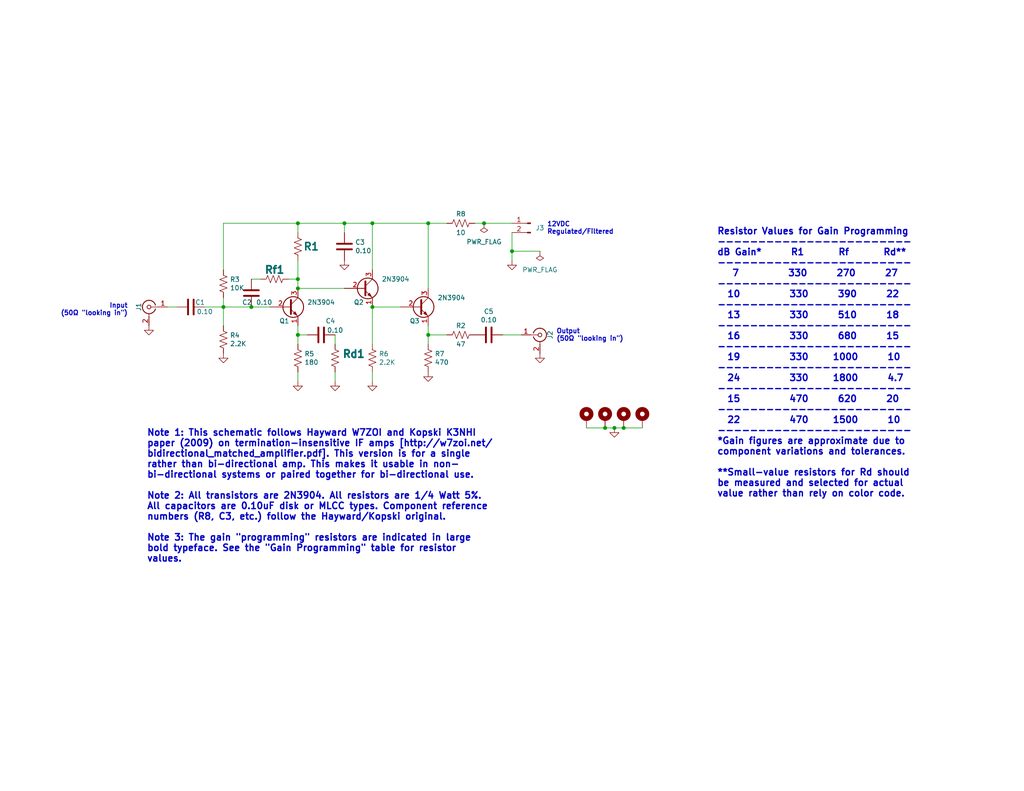
<source format=kicad_sch>
(kicad_sch (version 20230121) (generator eeschema)
  (paper "USLetter")
  (title_block (title "PG-TIA Programable Termination Insensitive") (date "2023-09-03") (rev "B2") (company "IF Amplifier (https://mostlydiyrf.com)"))
  (lib_symbols
    (symbol "Connector:Conn_01x02_Pin" (pin_names (offset 1.016) hide)
      (property "Reference" "J" (at 0 2.54 0))
      (property "Value" "Conn_01x02_Pin" (at 0 -5.08 0))
      (symbol "Conn_01x02_Pin_1_1"
        (polyline (pts (xy 1.27 -2.54) (xy 0.8636 -2.54)) (stroke (width 0.1524)))
        (polyline (pts (xy 1.27 0) (xy 0.8636 0)) (stroke (width 0.1524)))
        (rectangle (start 0.8636 -2.413) (end 0 -2.667) (stroke (width 0.1524)) (fill (type outline)))
        (rectangle (start 0.8636 0.127) (end 0 -0.127) (stroke (width 0.1524)) (fill (type outline)))
        (pin passive line (at 5.08 0 180) (length 3.81) (name "Pin_1") (number "1"))
        (pin passive line (at 5.08 -2.54 180) (length 3.81) (name "Pin_2") (number "2"))
      )
    )
    (symbol "Connector:Conn_Coaxial" (pin_names (offset 1.016) hide)
      (property "Reference" "J" (at 0.254 3.048 0))
      (property "Value" "Conn_Coaxial" (at 2.921 0 90))
      (symbol "Conn_Coaxial_0_1"
        (arc (start -1.778 -0.508) (mid 0.2311 -1.8066) (end 1.778 0) (stroke (width 0.254)))
        (polyline (pts (xy -2.54 0) (xy -0.508 0)))
        (polyline (pts (xy 0 -2.54) (xy 0 -1.778)))
        (circle (center 0 0) (radius 0.508) (stroke (width 0.2032)))
        (arc (start 1.778 0) (mid 0.2099 1.8101) (end -1.778 0.508) (stroke (width 0.254)))
      )
      (symbol "Conn_Coaxial_1_1"
        (pin passive line (at -5.08 0 0) (length 2.54) (name "In") (number "1"))
        (pin passive line (at 0 -5.08 90) (length 2.54) (name "Ext") (number "2"))
      )
    )
    (symbol "Device:C" (pin_numbers hide) (pin_names (offset 0.254))
      (property "Reference" "C" (at 0.635 2.54 0))
      (property "Value" "C" (at 0.635 -2.54 0))
      (symbol "C_0_1"
        (polyline (pts (xy -2.032 -0.762) (xy 2.032 -0.762)) (stroke (width 0.508)))
        (polyline (pts (xy -2.032 0.762) (xy 2.032 0.762)) (stroke (width 0.508)))
      )
      (symbol "C_1_1"
        (pin passive line (at 0 3.81 270) (length 2.794) (name "~") (number "1"))
        (pin passive line (at 0 -3.81 90) (length 2.794) (name "~") (number "2"))
      )
    )
    (symbol "Device:R_US" (pin_numbers hide) (pin_names (offset 0))
      (property "Reference" "R" (at 2.54 0 90))
      (property "Value" "R_US" (at -2.54 0 90))
      (symbol "R_US_0_1"
        (polyline (pts (xy 0 -2.286) (xy 0 -2.54)))
        (polyline (pts (xy 0 2.286) (xy 0 2.54)))
        (polyline (pts (xy 0 -0.762) (xy 1.016 -1.143) (xy 0 -1.524) (xy -1.016 -1.905) (xy 0 -2.286)))
        (polyline (pts (xy 0 0.762) (xy 1.016 0.381) (xy 0 0) (xy -1.016 -0.381) (xy 0 -0.762)))
        (polyline (pts (xy 0 2.286) (xy 1.016 1.905) (xy 0 1.524) (xy -1.016 1.143) (xy 0 0.762)))
      )
      (symbol "R_US_1_1"
        (pin passive line (at 0 3.81 270) (length 1.27) (name "~") (number "1"))
        (pin passive line (at 0 -3.81 90) (length 1.27) (name "~") (number "2"))
      )
    )
    (symbol "Mechanical:MountingHole_Pad" (pin_numbers hide) (pin_names (offset 1.016) hide)
      (property "Reference" "H" (at 0 6.35 0))
      (property "Value" "MountingHole_Pad" (at 0 4.445 0))
      (symbol "MountingHole_Pad_0_1"
        (circle (center 0 1.27) (radius 1.27) (stroke (width 1.27)))
      )
      (symbol "MountingHole_Pad_1_1"
        (pin input line (at 0 -2.54 90) (length 2.54) (name "1") (number "1"))
      )
    )
    (symbol "PCM_4ms_Power-symbol:PWR_FLAG" (power) (pin_numbers hide) (pin_names (offset 0) hide)
      (property "Value" "PWR_FLAG" (at 0 3.81 0))
      (symbol "PWR_FLAG_0_0"
        (pin power_out line (at 0 0 90) (length 0) (name "pwr") (number "1"))
      )
      (symbol "PWR_FLAG_0_1"
        (polyline (pts (xy 0 0) (xy 0 1.27) (xy -1.016 1.905) (xy 0 2.54) (xy 1.016 1.905) (xy 0 1.27)))
      )
    )
    (symbol "Transistor_BJT:2N3904" (pin_names (offset 0) hide)
      (property "Reference" "Q" (at 5.08 1.905 0))
      (property "Value" "2N3904" (at 5.08 0 0))
      (symbol "2N3904_0_1"
        (polyline (pts (xy 0.635 0.635) (xy 2.54 2.54)))
        (polyline (pts (xy 0.635 -0.635) (xy 2.54 -2.54) (xy 2.54 -2.54)))
        (polyline (pts (xy 0.635 1.905) (xy 0.635 -1.905) (xy 0.635 -1.905)) (stroke (width 0.508)))
        (polyline (pts (xy 1.27 -1.778) (xy 1.778 -1.27) (xy 2.286 -2.286) (xy 1.27 -1.778) (xy 1.27 -1.778)) (fill (type outline)))
        (circle (center 1.27 0) (radius 2.8194) (stroke (width 0.254)))
      )
      (symbol "2N3904_1_1"
        (pin passive line (at 2.54 -5.08 90) (length 2.54) (name "E") (number "1"))
        (pin passive line (at -5.08 0 0) (length 5.715) (name "B") (number "2"))
        (pin passive line (at 2.54 5.08 270) (length 2.54) (name "C") (number "3"))
      )
    )
    (symbol "power:GND" (power) (pin_names (offset 0))
      (property "Value" "GND" (at 0 -3.81 0))
      (symbol "GND_0_1"
        (polyline (pts (xy 0 0) (xy 0 -1.27) (xy 1.27 -1.27) (xy 0 -2.54) (xy -1.27 -1.27) (xy 0 -1.27)))
      )
      (symbol "GND_1_1"
        (pin power_in line (at 0 0 270) (length 0) hide (name "GND") (number "1"))
      )
    )
    (symbol "power:PWR_FLAG" (power) (pin_numbers hide) (pin_names (offset 0) hide)
      (property "Value" "PWR_FLAG" (at 0 3.81 0))
      (symbol "PWR_FLAG_0_0"
        (pin power_out line (at 0 0 90) (length 0) (name "pwr") (number "1"))
      )
      (symbol "PWR_FLAG_0_1"
        (polyline (pts (xy 0 0) (xy 0 1.27) (xy -1.016 1.905) (xy 0 2.54) (xy 1.016 1.905) (xy 0 1.27)))
      )
    )
  )
  (junction (at 68.58 83.82))
  (junction (at 81.28 60.96))
  (junction (at 116.84 91.44))
  (junction (at 93.98 60.96))
  (junction (at 81.28 91.44))
  (junction (at 116.84 60.96))
  (junction (at 101.6 60.96))
  (junction (at 81.28 76.2))
  (junction (at 60.96 83.82))
  (junction (at 165.1 116.84))
  (junction (at 132.08 60.96))
  (junction (at 167.64 116.84))
  (junction (at 81.28 78.74))
  (junction (at 170.18 116.84))
  (junction (at 139.7 68.58))
  (junction (at 101.6 83.82))
  (wire (pts (xy 81.28 60.96) (xy 60.96 60.96)))
  (wire (pts (xy 116.84 88.9) (xy 116.84 91.44)))
  (wire (pts (xy 116.84 78.74) (xy 116.84 60.96)))
  (wire (pts (xy 101.6 101.6) (xy 101.6 104.14)))
  (wire (pts (xy 137.16 91.44) (xy 142.24 91.44)))
  (wire (pts (xy 60.96 60.96) (xy 60.96 73.66)))
  (wire (pts (xy 73.66 83.82) (xy 68.58 83.82)))
  (wire (pts (xy 91.44 101.6) (xy 91.44 104.14)))
  (wire (pts (xy 139.7 63.5) (xy 139.7 68.58)))
  (wire (pts (xy 139.7 68.58) (xy 147.32 68.58)))
  (wire (pts (xy 109.22 83.82) (xy 101.6 83.82)))
  (wire (pts (xy 165.1 116.84) (xy 167.64 116.84)))
  (wire (pts (xy 81.28 91.44) (xy 81.28 93.98)))
  (wire (pts (xy 132.08 60.96) (xy 139.7 60.96)))
  (wire (pts (xy 101.6 60.96) (xy 93.98 60.96)))
  (wire (pts (xy 101.6 60.96) (xy 116.84 60.96)))
  (wire (pts (xy 93.98 78.74) (xy 81.28 78.74)))
  (wire (pts (xy 91.44 91.44) (xy 91.44 93.98)))
  (wire (pts (xy 101.6 73.66) (xy 101.6 60.96)))
  (wire (pts (xy 83.82 91.44) (xy 81.28 91.44)))
  (wire (pts (xy 81.28 101.6) (xy 81.28 104.14)))
  (wire (pts (xy 121.92 60.96) (xy 116.84 60.96)))
  (wire (pts (xy 93.98 60.96) (xy 81.28 60.96)))
  (wire (pts (xy 167.64 116.84) (xy 170.18 116.84)))
  (wire (pts (xy 60.96 81.28) (xy 60.96 83.82)))
  (wire (pts (xy 81.28 88.9) (xy 81.28 91.44)))
  (wire (pts (xy 60.96 83.82) (xy 60.96 88.9)))
  (wire (pts (xy 160.02 116.84) (xy 165.1 116.84)))
  (wire (pts (xy 81.28 63.5) (xy 81.28 60.96)))
  (wire (pts (xy 48.26 83.82) (xy 45.72 83.82)))
  (wire (pts (xy 101.6 83.82) (xy 101.6 93.98)))
  (wire (pts (xy 170.18 116.84) (xy 175.26 116.84)))
  (wire (pts (xy 81.28 76.2) (xy 81.28 78.74)))
  (wire (pts (xy 116.84 91.44) (xy 116.84 93.98)))
  (wire (pts (xy 71.12 76.2) (xy 68.58 76.2)))
  (wire (pts (xy 129.54 60.96) (xy 132.08 60.96)))
  (wire (pts (xy 93.98 63.5) (xy 93.98 60.96)))
  (wire (pts (xy 139.7 68.58) (xy 139.7 71.12)))
  (wire (pts (xy 78.74 76.2) (xy 81.28 76.2)))
  (wire (pts (xy 60.96 83.82) (xy 55.88 83.82)))
  (wire (pts (xy 60.96 83.82) (xy 68.58 83.82)))
  (wire (pts (xy 81.28 71.12) (xy 81.28 76.2)))
  (wire (pts (xy 121.92 91.44) (xy 116.84 91.44)))
  (text "Note 1: This schematic follows Hayward W7ZOI and Kopski K3NHI\npaper (2009) on termination-insensitive IF amps [http://w7zoi.net/\nbidirectional_matched_amplifier.pdf]. This version is for a single\nrather than bi-directional amp. This makes it usable in non-\nbi-directional systems or paired together for bi-directional use.\n\nNote 2: All transistors are 2N3904. All resistors are 1/4 Watt 5%.\nAll capacitors are 0.10uF disk or MLCC types. Component reference\nnumbers (R8, C3, etc.) follow the Hayward/Kopski original.\n\nNote 3: The gain \"programming\" resistors are indicated in large\nbold typeface. See the \"Gain Programming\" table for resistor \nvalues." (at 40.005 153.67 0) (effects (font (size 1.778 1.778) (thickness 0.3556) bold) (justify left bottom)))
  (text "Output\n(50Ω \"looking in\")" (at 151.765 93.345 0) (effects (font (size 1.27 1.27) (thickness 0.254) bold) (justify left bottom)))
  (text "Resistor Values for Gain Programming\n------------------------\ndB Gain*      R1       Rf       Rd**\n------------------------\n   7          330      270      27\n------------------------\n  10          330      390      22\n------------------------\n  13          330      510      18\n------------------------\n  16          330      680      15\n------------------------\n  19          330     1000      10\n------------------------ \n  24          330     1800      4.7\n------------------------ \n  15          470      620      20\n------------------------\n  22          470     1500      10\n------------------------\n*Gain figures are approximate due to\ncomponent variations and tolerances.\n\n**Small-value resistors for Rd should\nbe measured and selected for actual\nvalue rather than rely on color code." (at 195.58 135.89 0) (effects (font (size 1.778 1.778) (thickness 0.3556) bold) (justify left bottom)))
  (text "Input\n(50Ω \"looking in\")" (at 34.925 86.36 0) (effects (font (size 1.27 1.27) (thickness 0.254) bold) (justify right bottom)))
  (text "12VDC\nRegulated/Filtered" (at 149.225 64.135 0) (effects (font (size 1.27 1.27) (thickness 0.254) bold) (justify left bottom)))
  (symbol (lib_id "Transistor_BJT:2N3904") (at 78.74 83.82 0) (unit 1)
    (property "Reference" "Q1" (at 76.2 87.63 0) (effects (justify left)))
    (property "Value" "2N3904" (at 83.82 82.55 0) (effects (justify left)))
    (property "Footprint" "Package_TO_SOT_THT:TO-92_HandSolder" (effects hide))
    (property "Datasheet" "https://www.fairchildsemi.com/datasheets/2N/2N3904.pdf" (effects hide))
  )
  (symbol (lib_id "Transistor_BJT:2N3904") (at 99.06 78.74 0) (unit 1)
    (property "Reference" "Q2" (at 96.52 82.55 0) (effects (justify left)))
    (property "Value" "2N3904" (at 104.14 76.2 0) (effects (justify left)))
    (property "Footprint" "Package_TO_SOT_THT:TO-92_HandSolder" (effects hide))
    (property "Datasheet" "https://www.fairchildsemi.com/datasheets/2N/2N3904.pdf" (effects hide))
  )
  (symbol (lib_id "Transistor_BJT:2N3904") (at 114.3 83.82 0) (unit 1)
    (property "Reference" "Q3" (at 111.76 87.63 0) (effects (justify left)))
    (property "Value" "2N3904" (at 119.38 81.28 0) (effects (justify left)))
    (property "Footprint" "Package_TO_SOT_THT:TO-92_HandSolder" (effects hide))
    (property "Datasheet" "https://www.fairchildsemi.com/datasheets/2N/2N3904.pdf" (effects hide))
  )
  (symbol (lib_id "Device:R_US") (at 81.28 67.31 0) (unit 1)
    (property "Reference" "R1" (at 82.55 67.31 0) (effects (font (size 2.032 2.032) bold) (justify left)))
    (property "Value" "330" (effects hide))
    (property "Footprint" "Resistor_THT:R_Axial_DIN0204_L3.6mm_D1.6mm_P2.54mm_Vertical" (effects hide))
  )
  (symbol (lib_id "Device:R_US") (at 81.28 97.79 0) (unit 1)
    (property "Reference" "R5" (at 83.058 96.6216 0) (effects (justify left)))
    (property "Value" "180" (at 83.058 98.933 0) (effects (justify left)))
    (property "Footprint" "Resistor_THT:R_Axial_DIN0204_L3.6mm_D1.6mm_P2.54mm_Vertical" (effects hide))
  )
  (symbol (lib_id "Device:R_US") (at 91.44 97.79 0) (unit 1)
    (property "Reference" "Rd1" (at 93.218 96.6216 0) (effects (font (size 2.032 2.032) bold) (justify left)))
    (property "Value" "15" (effects hide))
    (property "Footprint" "Resistor_THT:R_Axial_DIN0204_L3.6mm_D1.6mm_P2.54mm_Vertical" (effects hide))
  )
  (symbol (lib_id "Device:R_US") (at 60.96 77.47 0) (unit 1)
    (property "Reference" "R3" (at 62.738 76.3016 0) (effects (justify left)))
    (property "Value" "10K" (at 62.738 78.613 0) (effects (justify left)))
    (property "Footprint" "Resistor_THT:R_Axial_DIN0204_L3.6mm_D1.6mm_P2.54mm_Vertical" (effects hide))
  )
  (symbol (lib_id "Device:R_US") (at 60.96 92.71 0) (unit 1)
    (property "Reference" "R4" (at 62.738 91.5416 0) (effects (justify left)))
    (property "Value" "2.2K" (at 62.738 93.853 0) (effects (justify left)))
    (property "Footprint" "Resistor_THT:R_Axial_DIN0204_L3.6mm_D1.6mm_P2.54mm_Vertical" (effects hide))
  )
  (symbol (lib_id "Device:R_US") (at 74.93 76.2 270) (unit 1)
    (property "Reference" "Rf1" (at 74.93 73.66 90) (effects (font (size 2.032 2.032) bold)))
    (property "Value" "680" (effects hide))
    (property "Footprint" "Resistor_THT:R_Axial_DIN0204_L3.6mm_D1.6mm_P2.54mm_Vertical" (effects hide))
  )
  (symbol (lib_id "Device:R_US") (at 101.6 97.79 0) (unit 1)
    (property "Reference" "R6" (at 103.378 96.6216 0) (effects (justify left)))
    (property "Value" "2.2K" (at 103.378 98.933 0) (effects (justify left)))
    (property "Footprint" "Resistor_THT:R_Axial_DIN0204_L3.6mm_D1.6mm_P2.54mm_Vertical" (effects hide))
  )
  (symbol (lib_id "Device:R_US") (at 116.84 97.79 0) (unit 1)
    (property "Reference" "R7" (at 118.618 96.6216 0) (effects (justify left)))
    (property "Value" "470" (at 118.618 98.933 0) (effects (justify left)))
    (property "Footprint" "Resistor_THT:R_Axial_DIN0204_L3.6mm_D1.6mm_P2.54mm_Vertical" (effects hide))
  )
  (symbol (lib_id "Device:R_US") (at 125.73 91.44 270) (unit 1)
    (property "Reference" "R2" (at 125.73 88.9 90))
    (property "Value" "47" (at 125.73 93.98 90))
    (property "Footprint" "Resistor_THT:R_Axial_DIN0204_L3.6mm_D1.6mm_P2.54mm_Vertical" (effects hide))
  )
  (symbol (lib_id "Device:R_US") (at 125.73 60.96 270) (unit 1)
    (property "Reference" "R8" (at 125.73 58.42 90))
    (property "Value" "10" (at 125.73 63.5 90))
    (property "Footprint" "Resistor_THT:R_Axial_DIN0204_L3.6mm_D1.6mm_P2.54mm_Vertical" (effects hide))
  )
  (symbol (lib_id "Device:C") (at 133.35 91.44 270) (unit 1)
    (property "Reference" "C5" (at 133.35 85.0392 90))
    (property "Value" "0.10" (at 133.35 87.3506 90))
    (property "Footprint" "Capacitor_THT:C_Disc_D3.0mm_W1.6mm_P2.50mm" (effects hide))
  )
  (symbol (lib_id "Device:C") (at 93.98 67.31 180) (unit 1)
    (property "Reference" "C3" (at 96.901 66.1416 0) (effects (justify right)))
    (property "Value" "0.10" (at 96.901 68.453 0) (effects (justify right)))
    (property "Footprint" "Capacitor_THT:C_Disc_D3.0mm_W1.6mm_P2.50mm" (effects hide))
  )
  (symbol (lib_id "Device:C") (at 87.63 91.44 270) (unit 1)
    (property "Reference" "C4" (at 90.17 87.63 90))
    (property "Value" "0.10" (at 91.44 90.17 90))
    (property "Footprint" "Capacitor_THT:C_Disc_D3.0mm_W1.6mm_P2.50mm" (effects hide))
  )
  (symbol (lib_id "Device:C") (at 52.07 83.82 270) (unit 1)
    (property "Reference" "C1" (at 54.61 82.55 90))
    (property "Value" "0.10" (at 55.88 85.09 90))
    (property "Footprint" "Capacitor_THT:C_Disc_D3.0mm_W1.6mm_P2.50mm" (effects hide))
  )
  (symbol (lib_id "Device:C") (at 68.58 80.01 180) (unit 1)
    (property "Reference" "C2" (at 66.04 82.55 0) (effects (justify right)))
    (property "Value" "0.10" (at 69.85 82.55 0) (effects (justify right)))
    (property "Footprint" "Capacitor_THT:C_Disc_D3.0mm_W1.6mm_P2.50mm" (effects hide))
  )
  (symbol (lib_id "power:GND") (at 81.28 104.14 0) (unit 1)
    (property "Reference" "#PWR0101" (effects hide))
    (property "Value" "GND" (effects hide))
  )
  (symbol (lib_id "power:GND") (at 91.44 104.14 0) (unit 1)
    (property "Reference" "#PWR0102" (effects hide))
    (property "Value" "GND" (effects hide))
  )
  (symbol (lib_id "power:GND") (at 60.96 96.52 0) (unit 1)
    (property "Reference" "#PWR0103" (effects hide))
    (property "Value" "GND" (effects hide))
  )
  (symbol (lib_id "power:GND") (at 101.6 104.14 0) (unit 1)
    (property "Reference" "#PWR0104" (effects hide))
    (property "Value" "GND" (effects hide))
  )
  (symbol (lib_id "power:GND") (at 116.84 101.6 0) (unit 1)
    (property "Reference" "#PWR0105" (effects hide))
    (property "Value" "GND" (effects hide))
  )
  (symbol (lib_id "power:GND") (at 93.98 71.12 0) (unit 1)
    (property "Reference" "#PWR0106" (effects hide))
    (property "Value" "GND" (effects hide))
  )
  (symbol (lib_id "Connector:Conn_01x02_Pin") (at 144.78 60.96 0) (mirror y) (unit 1)
    (property "Reference" "J3" (at 147.32 62.23 0))
    (property "Value" "Conn_01x02_Male" (effects hide))
    (property "Footprint" "Connector_PinHeader_2.54mm:PinHeader_1x02_P2.54mm_Vertical" (effects hide))
  )
  (symbol (lib_id "power:GND") (at 139.7 71.12 0) (unit 1)
    (property "Reference" "#PWR0108" (effects hide))
    (property "Value" "GND" (effects hide))
  )
  (symbol (lib_id "power:PWR_FLAG") (at 132.08 60.96 180) (unit 1)
    (property "Reference" "#FLG0101" (effects hide))
    (property "Value" "PWR_FLAG" (at 132.08 66.04 0))
  )
  (symbol (lib_id "PCM_4ms_Power-symbol:PWR_FLAG") (at 147.32 68.58 180) (unit 1)
    (property "Reference" "#FLG01" (effects hide))
    (property "Value" "PWR_FLAG" (at 147.32 73.66 0))
  )
  (symbol (lib_id "Connector:Conn_Coaxial") (at 147.32 91.44 0) (unit 1)
    (property "Reference" "J2" (at 150.114 91.44 90))
    (property "Value" "SMA" (effects hide))
    (property "Footprint" "footprints:SMA_EDGELAUNCH_Modded" (effects hide))
    (property "Datasheet" " ~" (effects hide))
  )
  (symbol (lib_id "Connector:Conn_Coaxial") (at 40.64 83.82 0) (mirror y) (unit 1)
    (property "Reference" "J1" (at 37.846 83.82 90))
    (property "Value" "Conn_Coaxial" (effects hide))
    (property "Footprint" "footprints:SMA_EDGELAUNCH_Modded" (effects hide))
    (property "Datasheet" " ~" (effects hide))
  )
  (symbol (lib_id "power:GND") (at 40.64 88.9 0) (unit 1)
    (property "Reference" "#PWR02" (effects hide))
    (property "Value" "GND" (effects hide))
  )
  (symbol (lib_id "Mechanical:MountingHole_Pad") (at 175.26 114.3 0) (unit 1)
    (property "Reference" "H4" (effects hide))
    (property "Value" "MountingHole_Pad" (effects hide))
    (property "Footprint" "MountingHole:MountingHole_2.2mm_M2_Pad_Via" (effects hide))
  )
  (symbol (lib_id "Mechanical:MountingHole_Pad") (at 170.18 114.3 0) (unit 1)
    (property "Reference" "H3" (effects hide))
    (property "Value" "MountingHole_Pad" (effects hide))
    (property "Footprint" "MountingHole:MountingHole_2.2mm_M2_Pad_Via" (effects hide))
  )
  (symbol (lib_id "power:GND") (at 167.64 116.84 0) (unit 1)
    (property "Reference" "#PWR01" (effects hide))
    (property "Value" "GND" (effects hide))
  )
  (symbol (lib_id "Mechanical:MountingHole_Pad") (at 160.02 114.3 0) (unit 1)
    (property "Reference" "H1" (effects hide))
    (property "Value" "MountingHole_Pad" (effects hide))
    (property "Footprint" "MountingHole:MountingHole_2.2mm_M2_Pad_Via" (effects hide))
  )
  (symbol (lib_id "Mechanical:MountingHole_Pad") (at 165.1 114.3 0) (unit 1)
    (property "Reference" "H2" (effects hide))
    (property "Value" "MountingHole_Pad" (effects hide))
    (property "Footprint" "MountingHole:MountingHole_2.2mm_M2_Pad_Via" (effects hide))
  )
  (symbol (lib_id "power:GND") (at 147.32 96.52 0) (mirror y) (unit 1)
    (property "Reference" "#PWR03" (effects hide))
    (property "Value" "GND" (effects hide))
  )
)
</source>
